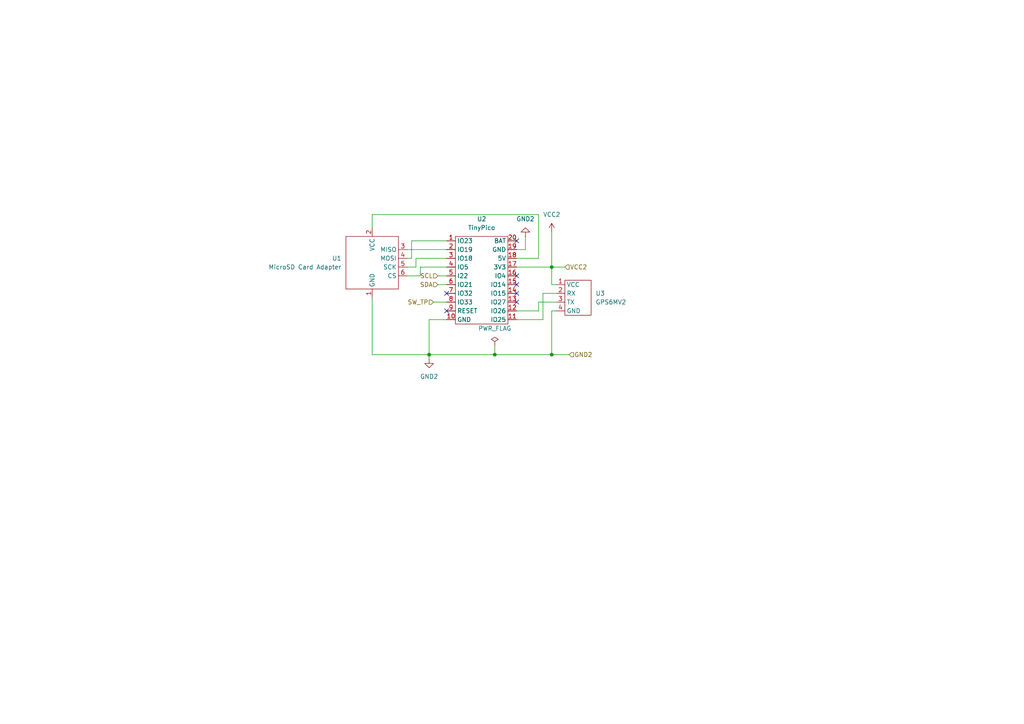
<source format=kicad_sch>
(kicad_sch (version 20250114) (generator "eeschema") (generator_version "9.0")
  (paper "A4")
  (lib_symbols
    (symbol "MicroSD-Card-Adapter:_MicroSD-Card-Adapter"
      (property "Reference" "U" (at 0 0 0))
      (property "Value" "MicroSD Card Adapter" (at 9.144 0.254 90))
      (symbol "_MicroSD-Card-Adapter_0_1"
        (rectangle (start -7.62 7.62) (end 7.62 -7.62))
      )
      (symbol "_MicroSD-Card-Adapter_1_1"
        (pin input line (at -10.16 3.81 0) (length 2.54) (name "MISO") (number "3"))
        (pin input line (at -10.16 1.27 0) (length 2.54) (name "MOSI") (number "4"))
        (pin input line (at -10.16 -1.27 0) (length 2.54) (name "SCK") (number "5"))
        (pin input line (at -10.16 -3.81 0) (length 2.54) (name "CS") (number "6"))
        (pin power_in line (at 0 10.16 270) (length 2.54) (name "VCC") (number "2"))
        (pin power_in line (at 0 -10.16 90) (length 2.54) (name "GND") (number "1"))
      )
    )
    (symbol "TinyPico:TinyPICO_V2_USBC"
      (property "Reference" "U" (at 0 0 0))
      (property "Value" "TinyPico" (at -0.254 13.97 0))
      (symbol "TinyPICO_V2_USBC_0_1"
        (rectangle (start -7.62 12.7) (end 7.62 -12.7))
      )
      (symbol "TinyPICO_V2_USBC_1_1"
        (pin bidirectional line (at -10.16 11.43 0) (length 2.54) (name "IO23") (number "1"))
        (pin bidirectional line (at -10.16 8.89 0) (length 2.54) (name "IO19") (number "2"))
        (pin bidirectional line (at -10.16 6.35 0) (length 2.54) (name "IO18") (number "3"))
        (pin bidirectional line (at -10.16 3.81 0) (length 2.54) (name "IO5") (number "4"))
        (pin bidirectional line (at -10.16 1.27 0) (length 2.54) (name "I22") (number "5"))
        (pin bidirectional line (at -10.16 -1.27 0) (length 2.54) (name "IO21") (number "6"))
        (pin bidirectional line (at -10.16 -3.81 0) (length 2.54) (name "IO32") (number "7"))
        (pin bidirectional line (at -10.16 -6.35 0) (length 2.54) (name "IO33") (number "8"))
        (pin passive line (at -10.16 -8.89 0) (length 2.54) (name "RESET") (number "9"))
        (pin power_in line (at -10.16 -11.43 0) (length 2.54) (name "GND") (number "10"))
        (pin power_out line (at 10.16 11.43 180) (length 2.54) (name "BAT") (number "20"))
        (pin power_in line (at 10.16 8.89 180) (length 2.54) (name "GND") (number "19"))
        (pin power_out line (at 10.16 6.35 180) (length 2.54) (name "5V") (number "18"))
        (pin power_out line (at 10.16 3.81 180) (length 2.54) (name "3V3") (number "17"))
        (pin bidirectional line (at 10.16 1.27 180) (length 2.54) (name "IO4") (number "16"))
        (pin bidirectional line (at 10.16 -1.27 180) (length 2.54) (name "IO14") (number "15"))
        (pin bidirectional line (at 10.16 -3.81 180) (length 2.54) (name "IO15") (number "14"))
        (pin bidirectional line (at 10.16 -6.35 180) (length 2.54) (name "IO27") (number "13"))
        (pin bidirectional line (at 10.16 -8.89 180) (length 2.54) (name "IO26") (number "12"))
        (pin bidirectional line (at 10.16 -11.43 180) (length 2.54) (name "IO25") (number "11"))
      )
    )
    (symbol "power:+3.3V" (power) (pin_numbers (hide yes)) (pin_names (offset 0) (hide yes))
      (property "Value" "+3.3V" (at 0 3.556 0))
      (symbol "+3.3V_0_1"
        (polyline (pts (xy -0.762 1.27) (xy 0 2.54)))
        (polyline (pts (xy 0 2.54) (xy 0.762 1.27)))
        (polyline (pts (xy 0 0) (xy 0 2.54)))
      )
      (symbol "+3.3V_1_1"
        (pin power_in line (at 0 0 90) (length 0) (name "~") (number "1"))
      )
    )
    (symbol "power:GND" (power) (pin_numbers (hide yes)) (pin_names (offset 0) (hide yes))
      (property "Value" "GND" (at 0 -3.81 0))
      (symbol "GND_0_1"
        (polyline (pts (xy 0 0) (xy 0 -1.27) (xy 1.27 -1.27) (xy 0 -2.54) (xy -1.27 -1.27) (xy 0 -1.27)))
      )
      (symbol "GND_1_1"
        (pin power_in line (at 0 0 270) (length 0) (name "~") (number "1"))
      )
    )
    (symbol "power:PWR_FLAG" (power) (pin_numbers (hide yes)) (pin_names (offset 0) (hide yes))
      (property "Value" "PWR_FLAG" (at 0 3.81 0))
      (symbol "PWR_FLAG_0_0"
        (pin power_out line (at 0 0 90) (length 0) (name "~") (number "1"))
      )
      (symbol "PWR_FLAG_0_1"
        (polyline (pts (xy 0 0) (xy 0 1.27) (xy -1.016 1.905) (xy 0 2.54) (xy 1.016 1.905) (xy 0 1.27)))
      )
    )
    (symbol "uBlox-NEO-6M:_GPS6MV2"
      (property "Reference" "U" (at 0 0 0))
      (property "Value" "GPS6MV2" (at -0.254 6.35 0))
      (symbol "_GPS6MV2_0_1"
        (rectangle (start -3.81 5.08) (end 3.81 -5.08))
      )
      (symbol "_GPS6MV2_1_1"
        (pin power_in line (at -6.35 3.81 0) (length 2.54) (name "VCC") (number "1"))
        (pin input line (at -6.35 1.27 0) (length 2.54) (name "RX") (number "2"))
        (pin input line (at -6.35 -1.27 0) (length 2.54) (name "TX") (number "3"))
        (pin power_in line (at -6.35 -3.81 0) (length 2.54) (name "GND") (number "4"))
      )
    )
  )
  (junction (at 160.02 77.47))
  (junction (at 143.51 102.87))
  (junction (at 124.46 102.87))
  (junction (at 160.02 102.87))
  (no_connect (at 129.54 85.09))
  (no_connect (at 149.86 87.63))
  (no_connect (at 149.86 82.55))
  (no_connect (at 149.86 69.85))
  (no_connect (at 149.86 80.01))
  (no_connect (at 149.86 85.09))
  (no_connect (at 129.54 90.17))
  (wire (pts (xy 120.65 74.93) (xy 129.54 74.93)))
  (wire (pts (xy 121.92 77.47) (xy 129.54 77.47)))
  (wire (pts (xy 118.11 80.01) (xy 121.92 80.01)))
  (wire (pts (xy 124.46 92.71) (xy 124.46 102.87)))
  (wire (pts (xy 129.54 92.71) (xy 124.46 92.71)))
  (wire (pts (xy 156.21 74.93) (xy 149.86 74.93)))
  (wire (pts (xy 107.95 62.23) (xy 156.21 62.23)))
  (wire (pts (xy 157.48 92.71) (xy 157.48 85.09)))
  (wire (pts (xy 156.21 87.63) (xy 156.21 90.17)))
  (wire (pts (xy 119.38 69.85) (xy 119.38 74.93)))
  (wire (pts (xy 160.02 67.31) (xy 160.02 77.47)))
  (wire (pts (xy 107.95 86.36) (xy 107.95 102.87)))
  (wire (pts (xy 161.29 82.55) (xy 160.02 82.55)))
  (wire (pts (xy 127 82.55) (xy 129.54 82.55)))
  (wire (pts (xy 160.02 77.47) (xy 163.83 77.47)))
  (wire (pts (xy 143.51 100.33) (xy 143.51 102.87)))
  (wire (pts (xy 156.21 90.17) (xy 149.86 90.17)))
  (wire (pts (xy 107.95 62.23) (xy 107.95 66.04)))
  (wire (pts (xy 127 80.01) (xy 129.54 80.01)))
  (wire (pts (xy 160.02 77.47) (xy 160.02 82.55)))
  (wire (pts (xy 152.4 68.58) (xy 152.4 72.39)))
  (wire (pts (xy 129.54 69.85) (xy 119.38 69.85)))
  (wire (pts (xy 125.73 87.63) (xy 129.54 87.63)))
  (wire (pts (xy 120.65 77.47) (xy 120.65 74.93)))
  (wire (pts (xy 160.02 102.87) (xy 165.1 102.87)))
  (wire (pts (xy 118.11 72.39) (xy 129.54 72.39)))
  (wire (pts (xy 124.46 102.87) (xy 124.46 104.14)))
  (wire (pts (xy 121.92 80.01) (xy 121.92 77.47)))
  (wire (pts (xy 160.02 90.17) (xy 160.02 102.87)))
  (wire (pts (xy 119.38 74.93) (xy 118.11 74.93)))
  (wire (pts (xy 161.29 90.17) (xy 160.02 90.17)))
  (wire (pts (xy 143.51 102.87) (xy 124.46 102.87)))
  (wire (pts (xy 156.21 87.63) (xy 161.29 87.63)))
  (wire (pts (xy 118.11 77.47) (xy 120.65 77.47)))
  (wire (pts (xy 149.86 92.71) (xy 157.48 92.71)))
  (wire (pts (xy 160.02 77.47) (xy 149.86 77.47)))
  (wire (pts (xy 157.48 85.09) (xy 161.29 85.09)))
  (wire (pts (xy 156.21 62.23) (xy 156.21 74.93)))
  (wire (pts (xy 107.95 102.87) (xy 124.46 102.87)))
  (wire (pts (xy 152.4 72.39) (xy 149.86 72.39)))
  (wire (pts (xy 160.02 102.87) (xy 143.51 102.87)))
  (hierarchical_label "VCC2" (shape input) (at 163.83 77.47 0))
  (hierarchical_label "SW_TP" (shape input) (at 125.73 87.63 180))
  (hierarchical_label "GND2" (shape input) (at 165.1 102.87 0))
  (hierarchical_label "SDA" (shape input) (at 127 82.55 180))
  (hierarchical_label "SCL" (shape input) (at 127 80.01 180))
  (symbol (lib_id "uBlox-NEO-6M:_GPS6MV2") (at 167.64 86.36 0) (unit 1)
    (property "Reference" "U3" (at 172.72 85.0899 0) (effects (justify left)))
    (property "Value" "GPS6MV2" (at 172.72 87.6299 0) (effects (justify left)))
    (property "Footprint" "uBLox-NEO-6M:uBlox-NEO-6M" (effects (hide yes)))
  )
  (symbol (lib_id "power:PWR_FLAG") (at 143.51 100.33 0) (unit 1)
    (property "Reference" "#FLG0101" (effects (hide yes)))
    (property "Value" "PWR_FLAG" (at 143.51 95.25 0))
    (property "Description" "Special symbol for telling ERC where power comes from" (effects (hide yes)))
  )
  (symbol (lib_id "TinyPico:TinyPICO_V2_USBC") (at 139.7 81.28 0) (unit 1)
    (property "Reference" "U2" (at 139.7 63.5 0))
    (property "Value" "TinyPico" (at 139.7 66.04 0))
    (property "Footprint" "TinyPico:TinyPICO_V2_USBC" (effects (hide yes)))
  )
  (symbol (lib_id "power:GND") (at 124.46 104.14 0) (unit 1)
    (property "Reference" "#PWR0101" (effects (hide yes)))
    (property "Value" "GND2" (at 124.46 109.22 0))
    (property "Description" "Power symbol creates a global label with name \"GND\" , ground" (effects (hide yes)))
  )
  (symbol (lib_id "power:GND") (at 152.4 68.58 180) (unit 1)
    (property "Reference" "#PWR0102" (effects (hide yes)))
    (property "Value" "GND2" (at 152.4 63.5 0))
    (property "Description" "Power symbol creates a global label with name \"GND\" , ground" (effects (hide yes)))
  )
  (symbol (lib_id "MicroSD-Card-Adapter:_MicroSD-Card-Adapter") (at 107.95 76.2 0) (mirror y) (unit 1)
    (property "Reference" "U1" (at 99.06 74.9299 0) (effects (justify left)))
    (property "Value" "MicroSD Card Adapter" (at 99.06 77.4699 0) (effects (justify left)))
    (property "Footprint" "MicroSD-Card-Adapter:MicroSD-Card-Adapter" (effects (hide yes)))
  )
  (symbol (lib_id "power:+3.3V") (at 160.02 67.31 0) (unit 1)
    (property "Reference" "#PWR0103" (effects (hide yes)))
    (property "Value" "VCC2" (at 160.02 62.23 0))
    (property "Description" "Power symbol creates a global label with name \"+3.3V\"" (effects (hide yes)))
  )
)
</source>
